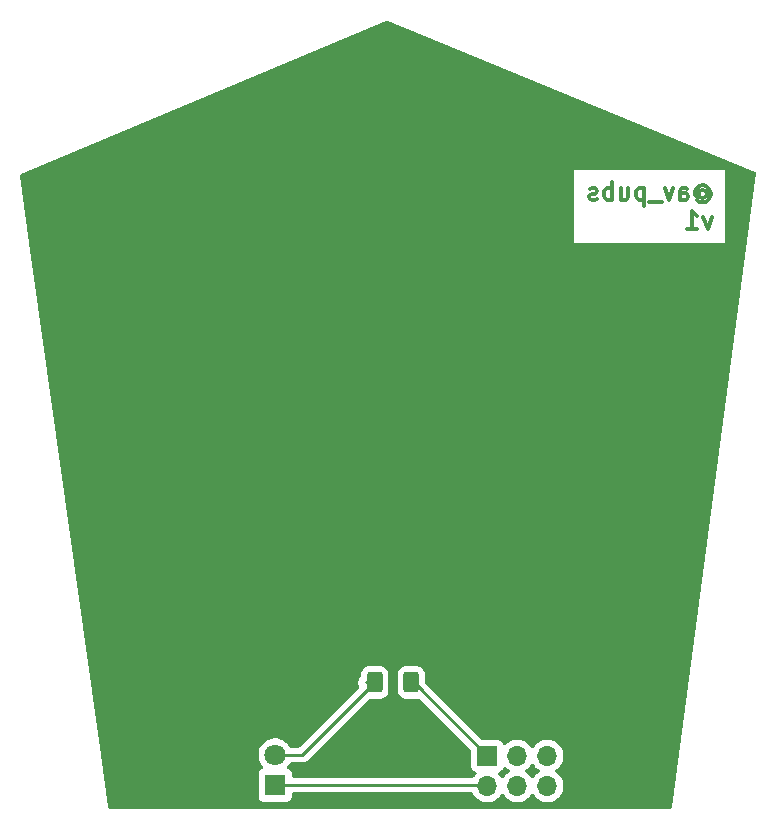
<source format=gbr>
G04 #@! TF.GenerationSoftware,KiCad,Pcbnew,(6.99.0-2452-gdb4f2d9dd8)*
G04 #@! TF.CreationDate,2022-08-02T21:03:54-05:00*
G04 #@! TF.ProjectId,CTCubed,43544375-6265-4642-9e6b-696361645f70,rev?*
G04 #@! TF.SameCoordinates,Original*
G04 #@! TF.FileFunction,Copper,L2,Bot*
G04 #@! TF.FilePolarity,Positive*
%FSLAX46Y46*%
G04 Gerber Fmt 4.6, Leading zero omitted, Abs format (unit mm)*
G04 Created by KiCad (PCBNEW (6.99.0-2452-gdb4f2d9dd8)) date 2022-08-02 21:03:54*
%MOMM*%
%LPD*%
G01*
G04 APERTURE LIST*
G04 Aperture macros list*
%AMRoundRect*
0 Rectangle with rounded corners*
0 $1 Rounding radius*
0 $2 $3 $4 $5 $6 $7 $8 $9 X,Y pos of 4 corners*
0 Add a 4 corners polygon primitive as box body*
4,1,4,$2,$3,$4,$5,$6,$7,$8,$9,$2,$3,0*
0 Add four circle primitives for the rounded corners*
1,1,$1+$1,$2,$3*
1,1,$1+$1,$4,$5*
1,1,$1+$1,$6,$7*
1,1,$1+$1,$8,$9*
0 Add four rect primitives between the rounded corners*
20,1,$1+$1,$2,$3,$4,$5,0*
20,1,$1+$1,$4,$5,$6,$7,0*
20,1,$1+$1,$6,$7,$8,$9,0*
20,1,$1+$1,$8,$9,$2,$3,0*%
G04 Aperture macros list end*
%ADD10C,0.300000*%
G04 #@! TA.AperFunction,NonConductor*
%ADD11C,0.300000*%
G04 #@! TD*
G04 #@! TA.AperFunction,ComponentPad*
%ADD12R,1.800000X1.800000*%
G04 #@! TD*
G04 #@! TA.AperFunction,ComponentPad*
%ADD13C,1.800000*%
G04 #@! TD*
G04 #@! TA.AperFunction,ComponentPad*
%ADD14R,1.700000X1.700000*%
G04 #@! TD*
G04 #@! TA.AperFunction,ComponentPad*
%ADD15O,1.700000X1.700000*%
G04 #@! TD*
G04 #@! TA.AperFunction,SMDPad,CuDef*
%ADD16RoundRect,0.250000X-0.400000X-0.625000X0.400000X-0.625000X0.400000X0.625000X-0.400000X0.625000X0*%
G04 #@! TD*
G04 #@! TA.AperFunction,Conductor*
%ADD17C,0.250000*%
G04 #@! TD*
G04 APERTURE END LIST*
D10*
D11*
X164834285Y-46389285D02*
X164905714Y-46317857D01*
X164905714Y-46317857D02*
X165048571Y-46246428D01*
X165048571Y-46246428D02*
X165191428Y-46246428D01*
X165191428Y-46246428D02*
X165334285Y-46317857D01*
X165334285Y-46317857D02*
X165405714Y-46389285D01*
X165405714Y-46389285D02*
X165477142Y-46532142D01*
X165477142Y-46532142D02*
X165477142Y-46675000D01*
X165477142Y-46675000D02*
X165405714Y-46817857D01*
X165405714Y-46817857D02*
X165334285Y-46889285D01*
X165334285Y-46889285D02*
X165191428Y-46960714D01*
X165191428Y-46960714D02*
X165048571Y-46960714D01*
X165048571Y-46960714D02*
X164905714Y-46889285D01*
X164905714Y-46889285D02*
X164834285Y-46817857D01*
X164834285Y-46246428D02*
X164834285Y-46817857D01*
X164834285Y-46817857D02*
X164762857Y-46889285D01*
X164762857Y-46889285D02*
X164691428Y-46889285D01*
X164691428Y-46889285D02*
X164548571Y-46817857D01*
X164548571Y-46817857D02*
X164477142Y-46675000D01*
X164477142Y-46675000D02*
X164477142Y-46317857D01*
X164477142Y-46317857D02*
X164620000Y-46103571D01*
X164620000Y-46103571D02*
X164834285Y-45960714D01*
X164834285Y-45960714D02*
X165120000Y-45889285D01*
X165120000Y-45889285D02*
X165405714Y-45960714D01*
X165405714Y-45960714D02*
X165620000Y-46103571D01*
X165620000Y-46103571D02*
X165762857Y-46317857D01*
X165762857Y-46317857D02*
X165834285Y-46603571D01*
X165834285Y-46603571D02*
X165762857Y-46889285D01*
X165762857Y-46889285D02*
X165620000Y-47103571D01*
X165620000Y-47103571D02*
X165405714Y-47246428D01*
X165405714Y-47246428D02*
X165120000Y-47317857D01*
X165120000Y-47317857D02*
X164834285Y-47246428D01*
X164834285Y-47246428D02*
X164620000Y-47103571D01*
X163191429Y-47103571D02*
X163191429Y-46317857D01*
X163191429Y-46317857D02*
X163262857Y-46175000D01*
X163262857Y-46175000D02*
X163405714Y-46103571D01*
X163405714Y-46103571D02*
X163691429Y-46103571D01*
X163691429Y-46103571D02*
X163834286Y-46175000D01*
X163191429Y-47032142D02*
X163334286Y-47103571D01*
X163334286Y-47103571D02*
X163691429Y-47103571D01*
X163691429Y-47103571D02*
X163834286Y-47032142D01*
X163834286Y-47032142D02*
X163905714Y-46889285D01*
X163905714Y-46889285D02*
X163905714Y-46746428D01*
X163905714Y-46746428D02*
X163834286Y-46603571D01*
X163834286Y-46603571D02*
X163691429Y-46532142D01*
X163691429Y-46532142D02*
X163334286Y-46532142D01*
X163334286Y-46532142D02*
X163191429Y-46460714D01*
X162620000Y-46103571D02*
X162262857Y-47103571D01*
X162262857Y-47103571D02*
X161905714Y-46103571D01*
X161691429Y-47246428D02*
X160548571Y-47246428D01*
X160191429Y-46103571D02*
X160191429Y-47603571D01*
X160191429Y-46175000D02*
X160048572Y-46103571D01*
X160048572Y-46103571D02*
X159762857Y-46103571D01*
X159762857Y-46103571D02*
X159620000Y-46175000D01*
X159620000Y-46175000D02*
X159548572Y-46246428D01*
X159548572Y-46246428D02*
X159477143Y-46389285D01*
X159477143Y-46389285D02*
X159477143Y-46817857D01*
X159477143Y-46817857D02*
X159548572Y-46960714D01*
X159548572Y-46960714D02*
X159620000Y-47032142D01*
X159620000Y-47032142D02*
X159762857Y-47103571D01*
X159762857Y-47103571D02*
X160048572Y-47103571D01*
X160048572Y-47103571D02*
X160191429Y-47032142D01*
X158191429Y-46103571D02*
X158191429Y-47103571D01*
X158834286Y-46103571D02*
X158834286Y-46889285D01*
X158834286Y-46889285D02*
X158762857Y-47032142D01*
X158762857Y-47032142D02*
X158620000Y-47103571D01*
X158620000Y-47103571D02*
X158405714Y-47103571D01*
X158405714Y-47103571D02*
X158262857Y-47032142D01*
X158262857Y-47032142D02*
X158191429Y-46960714D01*
X157477143Y-47103571D02*
X157477143Y-45603571D01*
X157477143Y-46175000D02*
X157334286Y-46103571D01*
X157334286Y-46103571D02*
X157048571Y-46103571D01*
X157048571Y-46103571D02*
X156905714Y-46175000D01*
X156905714Y-46175000D02*
X156834286Y-46246428D01*
X156834286Y-46246428D02*
X156762857Y-46389285D01*
X156762857Y-46389285D02*
X156762857Y-46817857D01*
X156762857Y-46817857D02*
X156834286Y-46960714D01*
X156834286Y-46960714D02*
X156905714Y-47032142D01*
X156905714Y-47032142D02*
X157048571Y-47103571D01*
X157048571Y-47103571D02*
X157334286Y-47103571D01*
X157334286Y-47103571D02*
X157477143Y-47032142D01*
X156191428Y-47032142D02*
X156048571Y-47103571D01*
X156048571Y-47103571D02*
X155762857Y-47103571D01*
X155762857Y-47103571D02*
X155620000Y-47032142D01*
X155620000Y-47032142D02*
X155548571Y-46889285D01*
X155548571Y-46889285D02*
X155548571Y-46817857D01*
X155548571Y-46817857D02*
X155620000Y-46675000D01*
X155620000Y-46675000D02*
X155762857Y-46603571D01*
X155762857Y-46603571D02*
X155977143Y-46603571D01*
X155977143Y-46603571D02*
X156120000Y-46532142D01*
X156120000Y-46532142D02*
X156191428Y-46389285D01*
X156191428Y-46389285D02*
X156191428Y-46317857D01*
X156191428Y-46317857D02*
X156120000Y-46175000D01*
X156120000Y-46175000D02*
X155977143Y-46103571D01*
X155977143Y-46103571D02*
X155762857Y-46103571D01*
X155762857Y-46103571D02*
X155620000Y-46175000D01*
X165905714Y-48533571D02*
X165548571Y-49533571D01*
X165548571Y-49533571D02*
X165191428Y-48533571D01*
X163834285Y-49533571D02*
X164691428Y-49533571D01*
X164262857Y-49533571D02*
X164262857Y-48033571D01*
X164262857Y-48033571D02*
X164405714Y-48247857D01*
X164405714Y-48247857D02*
X164548571Y-48390714D01*
X164548571Y-48390714D02*
X164691428Y-48462142D01*
D12*
X128939999Y-96649999D03*
D13*
X128940000Y-94110000D03*
D14*
X146899999Y-94189999D03*
D15*
X146899999Y-96729999D03*
X149439999Y-94189999D03*
X149439999Y-96729999D03*
X151979999Y-94189999D03*
X151979999Y-96729999D03*
D16*
X137370000Y-87970000D03*
X140470000Y-87970000D03*
D17*
X128940000Y-96650000D02*
X146820000Y-96650000D01*
X146820000Y-96650000D02*
X146900000Y-96730000D01*
X137370000Y-87970000D02*
X131230000Y-94110000D01*
X131230000Y-94110000D02*
X128940000Y-94110000D01*
X128970000Y-96620000D02*
X128940000Y-96650000D01*
X140470000Y-87970000D02*
X140680000Y-87970000D01*
X140680000Y-87970000D02*
X146900000Y-94190000D01*
X136610000Y-87970000D02*
X137370000Y-87970000D01*
G04 #@! TA.AperFunction,NonConductor*
G36*
X148423439Y-95101388D02*
G01*
X148455755Y-95126638D01*
X148476526Y-95149201D01*
X148516760Y-95192906D01*
X148520879Y-95196112D01*
X148653211Y-95299111D01*
X148694424Y-95331189D01*
X148699005Y-95333668D01*
X148727680Y-95349186D01*
X148778071Y-95399199D01*
X148793423Y-95468516D01*
X148768863Y-95535129D01*
X148727681Y-95570813D01*
X148694424Y-95588811D01*
X148690313Y-95592010D01*
X148690311Y-95592012D01*
X148554124Y-95698012D01*
X148516760Y-95727094D01*
X148513228Y-95730931D01*
X148367806Y-95888899D01*
X148367803Y-95888903D01*
X148364278Y-95892732D01*
X148361427Y-95897096D01*
X148275483Y-96028643D01*
X148221479Y-96074732D01*
X148151132Y-96084307D01*
X148086774Y-96054330D01*
X148064517Y-96028643D01*
X147978573Y-95897096D01*
X147975722Y-95892732D01*
X147972197Y-95888903D01*
X147972194Y-95888899D01*
X147832525Y-95737180D01*
X147801104Y-95673515D01*
X147809091Y-95602969D01*
X147853949Y-95547940D01*
X147881191Y-95533787D01*
X147996204Y-95490889D01*
X148008536Y-95481658D01*
X148106050Y-95408659D01*
X148113261Y-95403261D01*
X148200889Y-95286204D01*
X148244998Y-95167944D01*
X148287545Y-95111108D01*
X148354065Y-95086297D01*
X148423439Y-95101388D01*
G37*
G04 #@! TD.AperFunction*
G04 #@! TA.AperFunction,NonConductor*
G36*
X150793226Y-94865670D02*
G01*
X150815483Y-94891357D01*
X150904278Y-95027268D01*
X150907803Y-95031097D01*
X150907806Y-95031101D01*
X150972511Y-95101388D01*
X151056760Y-95192906D01*
X151060879Y-95196112D01*
X151193211Y-95299111D01*
X151234424Y-95331189D01*
X151239005Y-95333668D01*
X151267680Y-95349186D01*
X151318071Y-95399199D01*
X151333423Y-95468516D01*
X151308863Y-95535129D01*
X151267681Y-95570813D01*
X151234424Y-95588811D01*
X151230313Y-95592010D01*
X151230311Y-95592012D01*
X151094124Y-95698012D01*
X151056760Y-95727094D01*
X151053228Y-95730931D01*
X150907806Y-95888899D01*
X150907803Y-95888903D01*
X150904278Y-95892732D01*
X150901427Y-95897096D01*
X150815483Y-96028643D01*
X150761479Y-96074732D01*
X150691132Y-96084307D01*
X150626774Y-96054330D01*
X150604517Y-96028643D01*
X150518573Y-95897096D01*
X150515722Y-95892732D01*
X150512197Y-95888903D01*
X150512194Y-95888899D01*
X150366772Y-95730931D01*
X150363240Y-95727094D01*
X150325876Y-95698012D01*
X150189689Y-95592012D01*
X150189687Y-95592010D01*
X150185576Y-95588811D01*
X150152320Y-95570814D01*
X150101929Y-95520801D01*
X150086577Y-95451484D01*
X150111137Y-95384871D01*
X150152320Y-95349186D01*
X150180995Y-95333668D01*
X150185576Y-95331189D01*
X150226790Y-95299111D01*
X150359121Y-95196112D01*
X150363240Y-95192906D01*
X150447489Y-95101388D01*
X150512194Y-95031101D01*
X150512197Y-95031097D01*
X150515722Y-95027268D01*
X150604517Y-94891357D01*
X150658521Y-94845268D01*
X150728868Y-94835693D01*
X150793226Y-94865670D01*
G37*
G04 #@! TD.AperFunction*
G04 #@! TA.AperFunction,NonConductor*
G36*
X138457918Y-31964228D02*
G01*
X169594455Y-44707379D01*
X169649923Y-44751692D01*
X169672629Y-44818960D01*
X169671622Y-44840652D01*
X162505379Y-98540975D01*
X162504155Y-98550149D01*
X162475318Y-98615025D01*
X162415984Y-98654012D01*
X162379241Y-98659482D01*
X147049150Y-98656980D01*
X138443867Y-98655576D01*
X138443857Y-98655576D01*
X114930016Y-98649528D01*
X114861900Y-98629508D01*
X114815421Y-98575841D01*
X114805262Y-98540975D01*
X114185744Y-94110000D01*
X127526673Y-94110000D01*
X127545949Y-94342626D01*
X127547230Y-94347684D01*
X127547230Y-94347685D01*
X127565398Y-94419427D01*
X127603251Y-94568907D01*
X127605343Y-94573677D01*
X127605344Y-94573679D01*
X127674903Y-94732256D01*
X127697016Y-94782669D01*
X127699866Y-94787031D01*
X127699868Y-94787035D01*
X127737914Y-94845268D01*
X127824686Y-94978083D01*
X127828211Y-94981912D01*
X127828214Y-94981916D01*
X127865947Y-95022904D01*
X127909843Y-95070587D01*
X127941263Y-95134251D01*
X127933276Y-95204797D01*
X127888418Y-95259826D01*
X127861174Y-95273979D01*
X127802242Y-95295960D01*
X127802238Y-95295962D01*
X127793796Y-95299111D01*
X127676739Y-95386739D01*
X127671341Y-95393950D01*
X127596417Y-95494037D01*
X127589111Y-95503796D01*
X127538011Y-95640799D01*
X127531500Y-95701362D01*
X127531500Y-97598638D01*
X127538011Y-97659201D01*
X127589111Y-97796204D01*
X127676739Y-97913261D01*
X127683950Y-97918659D01*
X127763677Y-97978342D01*
X127793796Y-98000889D01*
X127930799Y-98051989D01*
X127967705Y-98055957D01*
X127988012Y-98058140D01*
X127988015Y-98058140D01*
X127991362Y-98058500D01*
X129888638Y-98058500D01*
X129891985Y-98058140D01*
X129891988Y-98058140D01*
X129912295Y-98055957D01*
X129949201Y-98051989D01*
X130086204Y-98000889D01*
X130116324Y-97978342D01*
X130196050Y-97918659D01*
X130203261Y-97913261D01*
X130290889Y-97796204D01*
X130341989Y-97659201D01*
X130348500Y-97598638D01*
X130348500Y-97409500D01*
X130368502Y-97341379D01*
X130422158Y-97294886D01*
X130474500Y-97283500D01*
X145577021Y-97283500D01*
X145645142Y-97303502D01*
X145692408Y-97358885D01*
X145699045Y-97374016D01*
X145699046Y-97374018D01*
X145701140Y-97378791D01*
X145703990Y-97383153D01*
X145703992Y-97383157D01*
X145718701Y-97405670D01*
X145824278Y-97567268D01*
X145827803Y-97571097D01*
X145827806Y-97571101D01*
X145850055Y-97595269D01*
X145976760Y-97732906D01*
X146154424Y-97871189D01*
X146352426Y-97978342D01*
X146565365Y-98051444D01*
X146570499Y-98052301D01*
X146570504Y-98052302D01*
X146782294Y-98087643D01*
X146782296Y-98087643D01*
X146787431Y-98088500D01*
X147012569Y-98088500D01*
X147017704Y-98087643D01*
X147017706Y-98087643D01*
X147229496Y-98052302D01*
X147229501Y-98052301D01*
X147234635Y-98051444D01*
X147447574Y-97978342D01*
X147645576Y-97871189D01*
X147823240Y-97732906D01*
X147949945Y-97595269D01*
X147972194Y-97571101D01*
X147972197Y-97571097D01*
X147975722Y-97567268D01*
X148064517Y-97431357D01*
X148118521Y-97385268D01*
X148188868Y-97375693D01*
X148253226Y-97405670D01*
X148275483Y-97431357D01*
X148364278Y-97567268D01*
X148367803Y-97571097D01*
X148367806Y-97571101D01*
X148390055Y-97595269D01*
X148516760Y-97732906D01*
X148694424Y-97871189D01*
X148892426Y-97978342D01*
X149105365Y-98051444D01*
X149110499Y-98052301D01*
X149110504Y-98052302D01*
X149322294Y-98087643D01*
X149322296Y-98087643D01*
X149327431Y-98088500D01*
X149552569Y-98088500D01*
X149557704Y-98087643D01*
X149557706Y-98087643D01*
X149769496Y-98052302D01*
X149769501Y-98052301D01*
X149774635Y-98051444D01*
X149987574Y-97978342D01*
X150185576Y-97871189D01*
X150363240Y-97732906D01*
X150489945Y-97595269D01*
X150512194Y-97571101D01*
X150512197Y-97571097D01*
X150515722Y-97567268D01*
X150604517Y-97431357D01*
X150658521Y-97385268D01*
X150728868Y-97375693D01*
X150793226Y-97405670D01*
X150815483Y-97431357D01*
X150904278Y-97567268D01*
X150907803Y-97571097D01*
X150907806Y-97571101D01*
X150930055Y-97595269D01*
X151056760Y-97732906D01*
X151234424Y-97871189D01*
X151432426Y-97978342D01*
X151645365Y-98051444D01*
X151650499Y-98052301D01*
X151650504Y-98052302D01*
X151862294Y-98087643D01*
X151862296Y-98087643D01*
X151867431Y-98088500D01*
X152092569Y-98088500D01*
X152097704Y-98087643D01*
X152097706Y-98087643D01*
X152309496Y-98052302D01*
X152309501Y-98052301D01*
X152314635Y-98051444D01*
X152527574Y-97978342D01*
X152725576Y-97871189D01*
X152903240Y-97732906D01*
X153029945Y-97595269D01*
X153052194Y-97571101D01*
X153052197Y-97571097D01*
X153055722Y-97567268D01*
X153161299Y-97405670D01*
X153176008Y-97383157D01*
X153176010Y-97383153D01*
X153178860Y-97378791D01*
X153180955Y-97374016D01*
X153267200Y-97177394D01*
X153269296Y-97172616D01*
X153324564Y-96954368D01*
X153343156Y-96730000D01*
X153324564Y-96505632D01*
X153269296Y-96287384D01*
X153178860Y-96081209D01*
X153174629Y-96074732D01*
X153058573Y-95897096D01*
X153055722Y-95892732D01*
X153052197Y-95888903D01*
X153052194Y-95888899D01*
X152906772Y-95730931D01*
X152903240Y-95727094D01*
X152865876Y-95698012D01*
X152729689Y-95592012D01*
X152729687Y-95592010D01*
X152725576Y-95588811D01*
X152692320Y-95570814D01*
X152641929Y-95520801D01*
X152626577Y-95451484D01*
X152651137Y-95384871D01*
X152692320Y-95349186D01*
X152720995Y-95333668D01*
X152725576Y-95331189D01*
X152766790Y-95299111D01*
X152899121Y-95196112D01*
X152903240Y-95192906D01*
X152987489Y-95101388D01*
X153052194Y-95031101D01*
X153052197Y-95031097D01*
X153055722Y-95027268D01*
X153161299Y-94865670D01*
X153176008Y-94843157D01*
X153176010Y-94843153D01*
X153178860Y-94838791D01*
X153226136Y-94731013D01*
X153246008Y-94685707D01*
X153269296Y-94632616D01*
X153272851Y-94618580D01*
X153323283Y-94419427D01*
X153323283Y-94419426D01*
X153324564Y-94414368D01*
X153330940Y-94337430D01*
X153342726Y-94195189D01*
X153343156Y-94190000D01*
X153324564Y-93965632D01*
X153269296Y-93747384D01*
X153178860Y-93541209D01*
X153174629Y-93534732D01*
X153058573Y-93357096D01*
X153055722Y-93352732D01*
X153052197Y-93348903D01*
X153052194Y-93348899D01*
X152906772Y-93190931D01*
X152903240Y-93187094D01*
X152757963Y-93074019D01*
X152729689Y-93052012D01*
X152729687Y-93052010D01*
X152725576Y-93048811D01*
X152527574Y-92941658D01*
X152314635Y-92868556D01*
X152309501Y-92867699D01*
X152309496Y-92867698D01*
X152097706Y-92832357D01*
X152097704Y-92832357D01*
X152092569Y-92831500D01*
X151867431Y-92831500D01*
X151862296Y-92832357D01*
X151862294Y-92832357D01*
X151650504Y-92867698D01*
X151650499Y-92867699D01*
X151645365Y-92868556D01*
X151432426Y-92941658D01*
X151234424Y-93048811D01*
X151230313Y-93052010D01*
X151230311Y-93052012D01*
X151202037Y-93074019D01*
X151056760Y-93187094D01*
X151053228Y-93190931D01*
X150907806Y-93348899D01*
X150907803Y-93348903D01*
X150904278Y-93352732D01*
X150836484Y-93456498D01*
X150815483Y-93488643D01*
X150761479Y-93534732D01*
X150691132Y-93544307D01*
X150626774Y-93514330D01*
X150604517Y-93488643D01*
X150583516Y-93456498D01*
X150515722Y-93352732D01*
X150512197Y-93348903D01*
X150512194Y-93348899D01*
X150366772Y-93190931D01*
X150363240Y-93187094D01*
X150217963Y-93074019D01*
X150189689Y-93052012D01*
X150189687Y-93052010D01*
X150185576Y-93048811D01*
X149987574Y-92941658D01*
X149774635Y-92868556D01*
X149769501Y-92867699D01*
X149769496Y-92867698D01*
X149557706Y-92832357D01*
X149557704Y-92832357D01*
X149552569Y-92831500D01*
X149327431Y-92831500D01*
X149322296Y-92832357D01*
X149322294Y-92832357D01*
X149110504Y-92867698D01*
X149110499Y-92867699D01*
X149105365Y-92868556D01*
X148892426Y-92941658D01*
X148694424Y-93048811D01*
X148690313Y-93052010D01*
X148690311Y-93052012D01*
X148662037Y-93074019D01*
X148516760Y-93187094D01*
X148513228Y-93190931D01*
X148455755Y-93253362D01*
X148394901Y-93289933D01*
X148323937Y-93287798D01*
X148265392Y-93247636D01*
X148244998Y-93212056D01*
X148204038Y-93102239D01*
X148200889Y-93093796D01*
X148113261Y-92976739D01*
X148046564Y-92926810D01*
X148003418Y-92894511D01*
X148003416Y-92894510D01*
X147996204Y-92889111D01*
X147859201Y-92838011D01*
X147822295Y-92834043D01*
X147801988Y-92831860D01*
X147801985Y-92831860D01*
X147798638Y-92831500D01*
X146489595Y-92831500D01*
X146421474Y-92811498D01*
X146400500Y-92794595D01*
X141665405Y-88059500D01*
X141631379Y-87997188D01*
X141628500Y-87970405D01*
X141628499Y-87297662D01*
X141628499Y-87294456D01*
X141617887Y-87190574D01*
X141562115Y-87022262D01*
X141469030Y-86871348D01*
X141343652Y-86745970D01*
X141192738Y-86652885D01*
X141129193Y-86631829D01*
X141030952Y-86599275D01*
X141030948Y-86599274D01*
X141024426Y-86597113D01*
X141017592Y-86596415D01*
X141017588Y-86596414D01*
X140923729Y-86586825D01*
X140923723Y-86586825D01*
X140920545Y-86586500D01*
X140470071Y-86586500D01*
X140019456Y-86586501D01*
X140016279Y-86586826D01*
X140016270Y-86586826D01*
X139967533Y-86591805D01*
X139915574Y-86597113D01*
X139747262Y-86652885D01*
X139596348Y-86745970D01*
X139470970Y-86871348D01*
X139377885Y-87022262D01*
X139322113Y-87190574D01*
X139311500Y-87294455D01*
X139311501Y-88645544D01*
X139322113Y-88749426D01*
X139377885Y-88917738D01*
X139470970Y-89068652D01*
X139596348Y-89194030D01*
X139747262Y-89287115D01*
X139810807Y-89308171D01*
X139909048Y-89340725D01*
X139909052Y-89340726D01*
X139915574Y-89342887D01*
X139922408Y-89343585D01*
X139922412Y-89343586D01*
X140016271Y-89353175D01*
X140016277Y-89353175D01*
X140019455Y-89353500D01*
X140469929Y-89353500D01*
X140920544Y-89353499D01*
X140923721Y-89353174D01*
X140923730Y-89353174D01*
X140972467Y-89348195D01*
X141024426Y-89342887D01*
X141030949Y-89340725D01*
X141030956Y-89340724D01*
X141050218Y-89334341D01*
X141121172Y-89331900D01*
X141178946Y-89364850D01*
X145504595Y-93690499D01*
X145538621Y-93752811D01*
X145541500Y-93779594D01*
X145541500Y-95088638D01*
X145548011Y-95149201D01*
X145599111Y-95286204D01*
X145686739Y-95403261D01*
X145693950Y-95408659D01*
X145791465Y-95481658D01*
X145803796Y-95490889D01*
X145918808Y-95533787D01*
X145975642Y-95576333D01*
X146000453Y-95642853D01*
X145985361Y-95712227D01*
X145967475Y-95737180D01*
X145827807Y-95888898D01*
X145827804Y-95888901D01*
X145824278Y-95892732D01*
X145821429Y-95897093D01*
X145821428Y-95897094D01*
X145780711Y-95959416D01*
X145726707Y-96005504D01*
X145675228Y-96016500D01*
X130474500Y-96016500D01*
X130406379Y-95996498D01*
X130359886Y-95942842D01*
X130348500Y-95890500D01*
X130348500Y-95701362D01*
X130341989Y-95640799D01*
X130290889Y-95503796D01*
X130283584Y-95494037D01*
X130208659Y-95393950D01*
X130203261Y-95386739D01*
X130086204Y-95299111D01*
X130077762Y-95295962D01*
X130077758Y-95295960D01*
X130018826Y-95273979D01*
X129961991Y-95231433D01*
X129937180Y-95164912D01*
X129952272Y-95095538D01*
X129970156Y-95070589D01*
X130014053Y-95022904D01*
X130051786Y-94981916D01*
X130051789Y-94981912D01*
X130055314Y-94978083D01*
X130171279Y-94800585D01*
X130225282Y-94754496D01*
X130276762Y-94743500D01*
X131151233Y-94743500D01*
X131162416Y-94744027D01*
X131169909Y-94745702D01*
X131177835Y-94745453D01*
X131177836Y-94745453D01*
X131237986Y-94743562D01*
X131241945Y-94743500D01*
X131269856Y-94743500D01*
X131273791Y-94743003D01*
X131273856Y-94742995D01*
X131285693Y-94742062D01*
X131317951Y-94741048D01*
X131321970Y-94740922D01*
X131329889Y-94740673D01*
X131349343Y-94735021D01*
X131368700Y-94731013D01*
X131380930Y-94729468D01*
X131380931Y-94729468D01*
X131388797Y-94728474D01*
X131396168Y-94725555D01*
X131396170Y-94725555D01*
X131429912Y-94712196D01*
X131441142Y-94708351D01*
X131475983Y-94698229D01*
X131475984Y-94698229D01*
X131483593Y-94696018D01*
X131490412Y-94691985D01*
X131490417Y-94691983D01*
X131501028Y-94685707D01*
X131518776Y-94677012D01*
X131537617Y-94669552D01*
X131573387Y-94643564D01*
X131583307Y-94637048D01*
X131614535Y-94618580D01*
X131614538Y-94618578D01*
X131621362Y-94614542D01*
X131635683Y-94600221D01*
X131650717Y-94587380D01*
X131660694Y-94580131D01*
X131667107Y-94575472D01*
X131695298Y-94541395D01*
X131703288Y-94532616D01*
X136845499Y-89390405D01*
X136907811Y-89356379D01*
X136934594Y-89353500D01*
X137663068Y-89353499D01*
X137820544Y-89353499D01*
X137823721Y-89353174D01*
X137823730Y-89353174D01*
X137872467Y-89348195D01*
X137924426Y-89342887D01*
X138092738Y-89287115D01*
X138243652Y-89194030D01*
X138369030Y-89068652D01*
X138462115Y-88917738D01*
X138517887Y-88749426D01*
X138528500Y-88645545D01*
X138528499Y-87294456D01*
X138517887Y-87190574D01*
X138462115Y-87022262D01*
X138369030Y-86871348D01*
X138243652Y-86745970D01*
X138092738Y-86652885D01*
X138029193Y-86631829D01*
X137930952Y-86599275D01*
X137930948Y-86599274D01*
X137924426Y-86597113D01*
X137917592Y-86596415D01*
X137917588Y-86596414D01*
X137823729Y-86586825D01*
X137823723Y-86586825D01*
X137820545Y-86586500D01*
X137370071Y-86586500D01*
X136919456Y-86586501D01*
X136916279Y-86586826D01*
X136916270Y-86586826D01*
X136867533Y-86591805D01*
X136815574Y-86597113D01*
X136647262Y-86652885D01*
X136496348Y-86745970D01*
X136370970Y-86871348D01*
X136277885Y-87022262D01*
X136222113Y-87190574D01*
X136211500Y-87294455D01*
X136211500Y-87415111D01*
X136191498Y-87483232D01*
X136175129Y-87502903D01*
X136172893Y-87504528D01*
X136070867Y-87627856D01*
X136067494Y-87635023D01*
X136067492Y-87635027D01*
X136038274Y-87697121D01*
X136002717Y-87772682D01*
X135972725Y-87929906D01*
X135982775Y-88089650D01*
X136032236Y-88241875D01*
X136036486Y-88248572D01*
X136036487Y-88248574D01*
X136044142Y-88260637D01*
X136063754Y-88328871D01*
X136043362Y-88396876D01*
X136026851Y-88417244D01*
X131004500Y-93439595D01*
X130942188Y-93473621D01*
X130915405Y-93476500D01*
X130276762Y-93476500D01*
X130208641Y-93456498D01*
X130171279Y-93419415D01*
X130058165Y-93246281D01*
X130055314Y-93241917D01*
X130051789Y-93238088D01*
X130051786Y-93238084D01*
X129900752Y-93074019D01*
X129897220Y-93070182D01*
X129893108Y-93066981D01*
X129893102Y-93066976D01*
X129717130Y-92930011D01*
X129717128Y-92930009D01*
X129713017Y-92926810D01*
X129603787Y-92867698D01*
X129512312Y-92818194D01*
X129512309Y-92818193D01*
X129507727Y-92815713D01*
X129286951Y-92739920D01*
X129281817Y-92739063D01*
X129281812Y-92739062D01*
X129061849Y-92702357D01*
X129061846Y-92702357D01*
X129056712Y-92701500D01*
X128823288Y-92701500D01*
X128818154Y-92702357D01*
X128818151Y-92702357D01*
X128598188Y-92739062D01*
X128598183Y-92739063D01*
X128593049Y-92739920D01*
X128372273Y-92815713D01*
X128367691Y-92818193D01*
X128367688Y-92818194D01*
X128276213Y-92867698D01*
X128166983Y-92926810D01*
X128162872Y-92930009D01*
X128162870Y-92930011D01*
X127986898Y-93066976D01*
X127986892Y-93066981D01*
X127982780Y-93070182D01*
X127979248Y-93074019D01*
X127828214Y-93238084D01*
X127828211Y-93238088D01*
X127824686Y-93241917D01*
X127697016Y-93437331D01*
X127694921Y-93442107D01*
X127688609Y-93456498D01*
X127603251Y-93651093D01*
X127601973Y-93656141D01*
X127601971Y-93656146D01*
X127570710Y-93779594D01*
X127545949Y-93877374D01*
X127545519Y-93882565D01*
X127545518Y-93882570D01*
X127538205Y-93970828D01*
X127526673Y-94110000D01*
X114185744Y-94110000D01*
X108122449Y-50743500D01*
X154229357Y-50743500D01*
X167003500Y-50743500D01*
X167003500Y-44596500D01*
X154229357Y-44596500D01*
X154229357Y-50743500D01*
X108122449Y-50743500D01*
X108121629Y-50737635D01*
X107328979Y-45068367D01*
X107339356Y-44998134D01*
X107386057Y-44944659D01*
X107405070Y-44934712D01*
X138361508Y-31964629D01*
X138432065Y-31956753D01*
X138457918Y-31964228D01*
G37*
G04 #@! TD.AperFunction*
M02*

</source>
